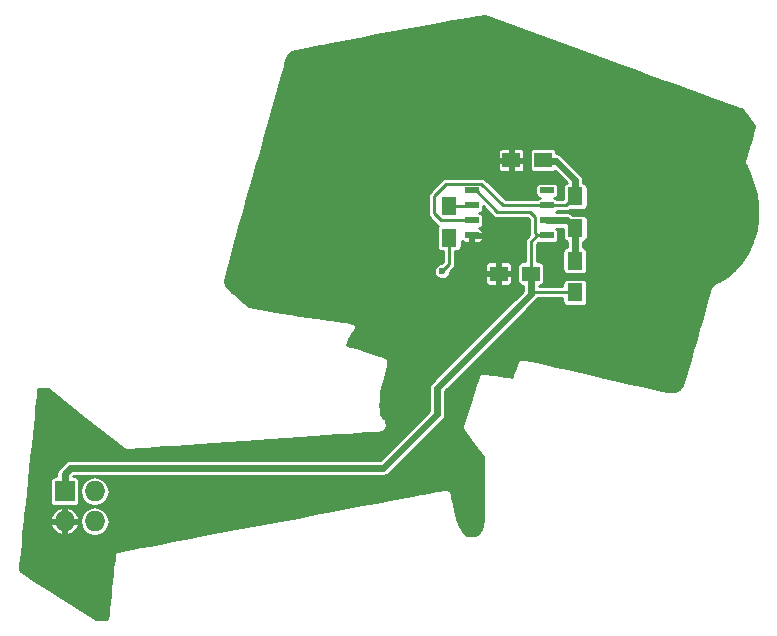
<source format=gbr>
G04 #@! TF.FileFunction,Copper,L2,Bot,Signal*
%FSLAX46Y46*%
G04 Gerber Fmt 4.6, Leading zero omitted, Abs format (unit mm)*
G04 Created by KiCad (PCBNEW 4.0.6) date 07/30/18 20:27:46*
%MOMM*%
%LPD*%
G01*
G04 APERTURE LIST*
%ADD10C,0.100000*%
%ADD11R,1.143000X0.508000*%
%ADD12R,1.727200X1.727200*%
%ADD13O,1.727200X1.727200*%
%ADD14R,1.500000X1.300000*%
%ADD15R,1.300000X1.500000*%
%ADD16C,0.600000*%
%ADD17C,0.250000*%
%ADD18C,0.609600*%
%ADD19C,0.254000*%
G04 APERTURE END LIST*
D10*
D11*
X127635000Y-104775000D03*
X127635000Y-103505000D03*
X127635000Y-102235000D03*
X127635000Y-100965000D03*
X121285000Y-100965000D03*
X121285000Y-102235000D03*
X121285000Y-103505000D03*
X121285000Y-104775000D03*
D12*
X86804500Y-126428500D03*
D13*
X89344500Y-126428500D03*
X86804500Y-128968500D03*
X89344500Y-128968500D03*
D14*
X127312400Y-98399600D03*
X124612400Y-98399600D03*
X126267200Y-108000800D03*
X123567200Y-108000800D03*
D15*
X119380000Y-102252800D03*
X119380000Y-104952800D03*
X129997200Y-109604800D03*
X129997200Y-106904800D03*
X130048000Y-104169200D03*
X130048000Y-101469200D03*
D16*
X123190000Y-109372400D03*
X118770400Y-107797600D03*
D17*
X121285000Y-100965000D02*
X121602500Y-100965000D01*
X121602500Y-100965000D02*
X123456700Y-102819200D01*
X123456700Y-102819200D02*
X126238000Y-102819200D01*
X126238000Y-102819200D02*
X126644400Y-103225600D01*
X126644400Y-103225600D02*
X126644400Y-104605900D01*
X126644400Y-104605900D02*
X126813500Y-104775000D01*
X129997200Y-109604800D02*
X126412000Y-109604800D01*
X126412000Y-109604800D02*
X126267200Y-109749600D01*
X127635000Y-104775000D02*
X126813500Y-104775000D01*
X126813500Y-104775000D02*
X126267200Y-105321300D01*
X126267200Y-105321300D02*
X126267200Y-107100800D01*
X126267200Y-107100800D02*
X126267200Y-108000800D01*
D18*
X86804500Y-126428500D02*
X86804500Y-124955300D01*
X86804500Y-124955300D02*
X87299800Y-124460000D01*
X87299800Y-124460000D02*
X113792000Y-124460000D01*
X118364000Y-119888000D02*
X118364000Y-117652800D01*
X118364000Y-117652800D02*
X119938800Y-116078000D01*
X113792000Y-124460000D02*
X118364000Y-119888000D01*
X119938800Y-116078000D02*
X126267200Y-109749600D01*
X126267200Y-109749600D02*
X126267200Y-108000800D01*
X123190000Y-109372400D02*
X123139200Y-109321600D01*
X123139200Y-109321600D02*
X122834400Y-109321600D01*
D17*
X127635000Y-102235000D02*
X129282200Y-102235000D01*
X129282200Y-102235000D02*
X130048000Y-101469200D01*
X121285000Y-103505000D02*
X118647198Y-103505000D01*
X118647198Y-103505000D02*
X118059200Y-102917002D01*
X123926600Y-102235000D02*
X127635000Y-102235000D01*
X118059200Y-102917002D02*
X118059200Y-101447600D01*
X118059200Y-101447600D02*
X119126000Y-100380800D01*
X119126000Y-100380800D02*
X122072400Y-100380800D01*
X122072400Y-100380800D02*
X123926600Y-102235000D01*
D18*
X128439600Y-98501200D02*
X127414000Y-98501200D01*
X127414000Y-98501200D02*
X127312400Y-98399600D01*
X130048000Y-101469200D02*
X130048000Y-100109600D01*
X130048000Y-100109600D02*
X128439600Y-98501200D01*
D17*
X119380000Y-102252800D02*
X121267200Y-102252800D01*
X121267200Y-102252800D02*
X121285000Y-102235000D01*
D18*
X127635000Y-103505000D02*
X129383800Y-103505000D01*
X129383800Y-103505000D02*
X130048000Y-104169200D01*
X130048000Y-104169200D02*
X130048000Y-106854000D01*
X130048000Y-106854000D02*
X129997200Y-106904800D01*
D17*
X119380000Y-104952800D02*
X119380000Y-107188000D01*
X119380000Y-107188000D02*
X118770400Y-107797600D01*
D19*
G36*
X133091257Y-90103371D02*
X133091259Y-90103372D01*
X133710053Y-90328056D01*
X134990817Y-90793194D01*
X134990820Y-90793196D01*
X136225603Y-91241759D01*
X137405005Y-91670326D01*
X137405006Y-91670326D01*
X138519523Y-92075438D01*
X138519527Y-92075439D01*
X139559756Y-92453676D01*
X139559761Y-92453677D01*
X140516214Y-92801584D01*
X140516217Y-92801586D01*
X141379629Y-93115795D01*
X141379632Y-93115795D01*
X142140303Y-93392775D01*
X142140304Y-93392775D01*
X142788990Y-93629161D01*
X142788992Y-93629162D01*
X143316367Y-93821562D01*
X143316369Y-93821562D01*
X143712626Y-93966407D01*
X143967362Y-94059908D01*
X144035434Y-94085298D01*
X144057632Y-94099321D01*
X144206227Y-94239739D01*
X144416485Y-94478640D01*
X144647985Y-94771068D01*
X144869081Y-95076170D01*
X145049881Y-95352965D01*
X145153640Y-95543215D01*
X145159128Y-95562371D01*
X145101551Y-95795378D01*
X145009764Y-96143907D01*
X144893143Y-96571807D01*
X144759824Y-97048232D01*
X144352757Y-98484906D01*
X144347767Y-98547347D01*
X144338614Y-98609306D01*
X144341800Y-98621994D01*
X144340758Y-98635037D01*
X144360042Y-98694632D01*
X144375297Y-98755380D01*
X144738984Y-99523130D01*
X145039767Y-100249525D01*
X145326719Y-101266377D01*
X145469833Y-102291086D01*
X145469466Y-103306058D01*
X145325494Y-104290421D01*
X145033800Y-105238222D01*
X144989158Y-105348482D01*
X144549268Y-106278345D01*
X144062410Y-107047338D01*
X143516165Y-107679529D01*
X142897533Y-108194269D01*
X142174213Y-108618319D01*
X141927780Y-108745111D01*
X141909523Y-108759621D01*
X141888030Y-108768673D01*
X141696894Y-108898030D01*
X141655881Y-108939532D01*
X141611324Y-108977198D01*
X141502440Y-109113886D01*
X141474390Y-109168253D01*
X141442371Y-109220368D01*
X141375035Y-109402239D01*
X141372400Y-109418755D01*
X141364894Y-109433705D01*
X141335124Y-109541726D01*
X141335114Y-109541861D01*
X141335055Y-109541979D01*
X141261898Y-109808138D01*
X141261895Y-109808184D01*
X141261873Y-109808227D01*
X141152904Y-110205045D01*
X141152902Y-110205067D01*
X141152892Y-110205088D01*
X141013039Y-110714606D01*
X141013038Y-110714622D01*
X141013032Y-110714634D01*
X140847223Y-111318892D01*
X140847222Y-111318904D01*
X140847217Y-111318914D01*
X140660381Y-111999953D01*
X140660380Y-111999962D01*
X140660376Y-111999971D01*
X140457440Y-112739834D01*
X140457439Y-112739842D01*
X140457435Y-112739851D01*
X140243342Y-113520537D01*
X140227299Y-113579011D01*
X139968296Y-114513285D01*
X139732933Y-115343784D01*
X139524281Y-116060373D01*
X139345622Y-116652250D01*
X139200728Y-117107230D01*
X139095816Y-117406947D01*
X139043928Y-117524501D01*
X139027397Y-117548303D01*
X138784496Y-117770370D01*
X138477202Y-117917103D01*
X138129132Y-117973769D01*
X138060851Y-117968591D01*
X137826847Y-117933346D01*
X137465186Y-117866644D01*
X136977047Y-117767918D01*
X136359562Y-117636353D01*
X135608434Y-117470956D01*
X134718584Y-117270590D01*
X133684883Y-117034115D01*
X132502673Y-116760506D01*
X131166434Y-116448543D01*
X129670645Y-116097002D01*
X129670644Y-116097002D01*
X129401948Y-116033792D01*
X129401499Y-116033776D01*
X129401087Y-116033590D01*
X128378574Y-115795521D01*
X128377615Y-115795490D01*
X128376738Y-115795098D01*
X127515223Y-115598944D01*
X127513812Y-115598905D01*
X127512520Y-115598339D01*
X126809660Y-115443606D01*
X126807418Y-115443560D01*
X126805355Y-115442684D01*
X126258802Y-115328881D01*
X126254769Y-115328845D01*
X126251026Y-115327345D01*
X125858432Y-115253977D01*
X125849240Y-115254084D01*
X125840554Y-115251068D01*
X125599576Y-115217645D01*
X125560268Y-115219949D01*
X125521229Y-115214816D01*
X125429519Y-115220844D01*
X125383276Y-115233244D01*
X125335740Y-115238846D01*
X125311205Y-115252570D01*
X125284048Y-115259852D01*
X125246074Y-115289001D01*
X125204297Y-115312370D01*
X125186881Y-115334440D01*
X125164579Y-115351559D01*
X125140651Y-115393021D01*
X125110996Y-115430600D01*
X125091664Y-115468493D01*
X125086066Y-115488303D01*
X125075087Y-115505719D01*
X125006166Y-115685478D01*
X125004861Y-115693094D01*
X125001002Y-115699785D01*
X124905966Y-115980244D01*
X124905400Y-115984558D01*
X124903310Y-115988376D01*
X124796693Y-116327564D01*
X124796601Y-116328412D01*
X124796194Y-116329163D01*
X124723946Y-116562546D01*
X124664251Y-116734049D01*
X124502090Y-116701930D01*
X124496446Y-116701935D01*
X124491168Y-116699929D01*
X124118459Y-116637189D01*
X124114987Y-116637292D01*
X124111720Y-116636116D01*
X123697995Y-116573971D01*
X123695224Y-116574102D01*
X123692602Y-116573200D01*
X123272541Y-116516153D01*
X123269705Y-116516327D01*
X123267006Y-116515442D01*
X122875288Y-116468001D01*
X122871477Y-116468291D01*
X122867824Y-116467171D01*
X122539130Y-116433838D01*
X122531825Y-116434536D01*
X122524731Y-116432649D01*
X122293743Y-116417930D01*
X122265123Y-116421751D01*
X122236431Y-116418542D01*
X122137828Y-116426942D01*
X122086940Y-116441649D01*
X122034678Y-116450269D01*
X122015187Y-116462385D01*
X121993139Y-116468757D01*
X121951753Y-116501818D01*
X121906768Y-116529782D01*
X121893397Y-116548435D01*
X121875466Y-116562759D01*
X121849883Y-116609140D01*
X121819023Y-116652191D01*
X121786005Y-116725032D01*
X121782332Y-116740776D01*
X121774032Y-116754649D01*
X121696507Y-116971879D01*
X121695878Y-116976140D01*
X121693750Y-116979882D01*
X121581425Y-117317860D01*
X121581164Y-117319944D01*
X121580144Y-117321783D01*
X121440327Y-117758008D01*
X121440165Y-117759427D01*
X121439480Y-117760683D01*
X121279479Y-118272659D01*
X121279352Y-118273848D01*
X121278786Y-118274901D01*
X121105908Y-118840127D01*
X121105851Y-118840694D01*
X121105583Y-118841196D01*
X120478797Y-120911889D01*
X120476345Y-120936941D01*
X120467456Y-120960493D01*
X120469071Y-121011249D01*
X120464125Y-121061783D01*
X120471446Y-121085866D01*
X120472247Y-121111026D01*
X120493162Y-121157299D01*
X120507931Y-121205881D01*
X120523910Y-121225328D01*
X120534279Y-121248268D01*
X121398355Y-122456410D01*
X122192325Y-123566530D01*
X122231165Y-126051477D01*
X122239913Y-126686980D01*
X122245070Y-127422484D01*
X122241072Y-128019756D01*
X122226660Y-128497656D01*
X122200948Y-128873927D01*
X122163665Y-129167035D01*
X122114944Y-129397913D01*
X122053568Y-129592148D01*
X121974864Y-129778121D01*
X121925890Y-129875476D01*
X121835735Y-130002915D01*
X121759638Y-130054143D01*
X121580366Y-130099665D01*
X121217465Y-130130254D01*
X121142007Y-130133778D01*
X120901863Y-130137447D01*
X120819487Y-130124492D01*
X120776425Y-130100854D01*
X120672529Y-130007203D01*
X120497712Y-129794318D01*
X120262839Y-129363362D01*
X120040286Y-128771674D01*
X119841064Y-128032926D01*
X119672067Y-127157291D01*
X119645226Y-126994630D01*
X119643165Y-126989154D01*
X119643183Y-126983307D01*
X119591495Y-126719316D01*
X119580596Y-126692778D01*
X119576460Y-126664389D01*
X119526111Y-126522513D01*
X119510391Y-126496130D01*
X119501231Y-126466817D01*
X119472204Y-126432043D01*
X119449018Y-126393131D01*
X119424398Y-126374772D01*
X119404717Y-126351195D01*
X119341188Y-126299939D01*
X119277912Y-126266793D01*
X119215330Y-126232360D01*
X119211335Y-126231918D01*
X119207774Y-126230052D01*
X119136634Y-126223644D01*
X119065635Y-126215781D01*
X118974404Y-126223651D01*
X118953447Y-126229732D01*
X118931629Y-126229769D01*
X118849725Y-126246206D01*
X118608305Y-126292874D01*
X118216249Y-126367969D01*
X117683270Y-126469644D01*
X117017849Y-126596291D01*
X117017848Y-126596291D01*
X116229427Y-126746119D01*
X115326460Y-126917524D01*
X115326459Y-126917524D01*
X114318075Y-127108777D01*
X113212867Y-127318244D01*
X113212863Y-127318245D01*
X112019863Y-127544218D01*
X110747765Y-127785044D01*
X109405433Y-128039044D01*
X108001675Y-128304547D01*
X108001672Y-128304548D01*
X106545406Y-128579863D01*
X105045328Y-128863340D01*
X105045318Y-128863344D01*
X103676988Y-129121994D01*
X103676955Y-129122007D01*
X102220464Y-129397598D01*
X102220428Y-129397612D01*
X100817201Y-129663413D01*
X100817163Y-129663428D01*
X99475903Y-129917781D01*
X99475862Y-129917797D01*
X98205269Y-130159041D01*
X98205223Y-130159059D01*
X97014002Y-130385534D01*
X97013951Y-130385554D01*
X95910800Y-130595599D01*
X95910739Y-130595623D01*
X94904357Y-130787578D01*
X94904284Y-130787608D01*
X94904207Y-130787607D01*
X94003371Y-130959812D01*
X94003278Y-130959850D01*
X94003177Y-130959849D01*
X93216526Y-131110644D01*
X93216396Y-131110697D01*
X93216257Y-131110696D01*
X92552494Y-131238422D01*
X92552300Y-131238501D01*
X92552090Y-131238500D01*
X92019917Y-131341494D01*
X92019576Y-131341633D01*
X92019208Y-131341632D01*
X91627329Y-131418236D01*
X91626554Y-131418554D01*
X91625716Y-131418555D01*
X91382834Y-131467108D01*
X91379139Y-131468643D01*
X91375139Y-131468728D01*
X91289955Y-131487569D01*
X91285049Y-131489725D01*
X91280044Y-131489963D01*
X91236676Y-131510392D01*
X91190162Y-131524680D01*
X91172751Y-131539072D01*
X91152071Y-131548159D01*
X91148427Y-131551961D01*
X91143794Y-131554144D01*
X91111366Y-131589811D01*
X91074075Y-131620635D01*
X91074009Y-131620715D01*
X91063444Y-131640649D01*
X91047869Y-131656903D01*
X91045997Y-131661709D01*
X91042477Y-131665581D01*
X91026119Y-131711074D01*
X91003480Y-131753790D01*
X91001334Y-131776396D01*
X90993214Y-131797245D01*
X90993322Y-131802288D01*
X90991517Y-131807307D01*
X90978455Y-131894427D01*
X90978732Y-131900251D01*
X90976922Y-131905797D01*
X90949201Y-132137451D01*
X90949299Y-132138718D01*
X90948914Y-132139924D01*
X90909026Y-132492515D01*
X90909074Y-132493088D01*
X90908900Y-132493639D01*
X90859335Y-132943567D01*
X90859365Y-132943914D01*
X90859261Y-132944246D01*
X90802510Y-133467911D01*
X90802532Y-133468158D01*
X90802457Y-133468398D01*
X90741010Y-134042202D01*
X90741028Y-134042408D01*
X90740967Y-134042605D01*
X90677315Y-134642948D01*
X90677333Y-134643142D01*
X90677276Y-134643324D01*
X90613910Y-135246608D01*
X90613929Y-135246810D01*
X90613869Y-135247003D01*
X90553278Y-135829628D01*
X90553300Y-135829866D01*
X90553229Y-135830097D01*
X90497905Y-136368465D01*
X90497935Y-136368787D01*
X90497840Y-136369099D01*
X90450274Y-136839608D01*
X90450323Y-136840121D01*
X90450174Y-136840613D01*
X90412855Y-137219668D01*
X90412957Y-137220704D01*
X90412660Y-137221702D01*
X90407398Y-137278218D01*
X90378505Y-137278910D01*
X90063511Y-137280618D01*
X89478307Y-137279463D01*
X86211612Y-135203096D01*
X86211610Y-135203094D01*
X85745441Y-134906567D01*
X85036294Y-134454043D01*
X84453050Y-134079122D01*
X83984015Y-133773617D01*
X83617989Y-133529699D01*
X83344756Y-133340320D01*
X83155184Y-133199633D01*
X83042547Y-133105193D01*
X83031645Y-133093724D01*
X83041266Y-132980686D01*
X83072291Y-132648321D01*
X83117209Y-132182349D01*
X83174336Y-131599475D01*
X83242216Y-130913997D01*
X83319320Y-130140931D01*
X83319321Y-130140928D01*
X83404211Y-129294394D01*
X83404211Y-129294393D01*
X83404893Y-129287618D01*
X85601507Y-129287618D01*
X85728195Y-129593501D01*
X86049301Y-129957810D01*
X86485380Y-130171505D01*
X86677500Y-130111365D01*
X86677500Y-129095500D01*
X86931500Y-129095500D01*
X86931500Y-130111365D01*
X87123620Y-130171505D01*
X87559699Y-129957810D01*
X87880805Y-129593501D01*
X88007493Y-129287618D01*
X87946812Y-129095500D01*
X86931500Y-129095500D01*
X86677500Y-129095500D01*
X85662188Y-129095500D01*
X85601507Y-129287618D01*
X83404893Y-129287618D01*
X83437034Y-128968500D01*
X88075517Y-128968500D01*
X88170257Y-129444788D01*
X88440052Y-129848565D01*
X88843829Y-130118360D01*
X89320117Y-130213100D01*
X89368883Y-130213100D01*
X89845171Y-130118360D01*
X90248948Y-129848565D01*
X90518743Y-129444788D01*
X90613483Y-128968500D01*
X90518743Y-128492212D01*
X90248948Y-128088435D01*
X89845171Y-127818640D01*
X89368883Y-127723900D01*
X89320117Y-127723900D01*
X88843829Y-127818640D01*
X88440052Y-128088435D01*
X88170257Y-128492212D01*
X88075517Y-128968500D01*
X83437034Y-128968500D01*
X83469175Y-128649382D01*
X85601507Y-128649382D01*
X85662188Y-128841500D01*
X86677500Y-128841500D01*
X86677500Y-127825635D01*
X86931500Y-127825635D01*
X86931500Y-128841500D01*
X87946812Y-128841500D01*
X88007493Y-128649382D01*
X87880805Y-128343499D01*
X87559699Y-127979190D01*
X87123620Y-127765495D01*
X86931500Y-127825635D01*
X86677500Y-127825635D01*
X86485380Y-127765495D01*
X86049301Y-127979190D01*
X85728195Y-128343499D01*
X85601507Y-128649382D01*
X83469175Y-128649382D01*
X83495326Y-128389738D01*
X83591189Y-127441461D01*
X83690302Y-126464270D01*
X83781805Y-125564900D01*
X85552436Y-125564900D01*
X85552436Y-127292100D01*
X85579003Y-127433290D01*
X85662446Y-127562965D01*
X85789766Y-127649959D01*
X85940900Y-127680564D01*
X87668100Y-127680564D01*
X87809290Y-127653997D01*
X87938965Y-127570554D01*
X88025959Y-127443234D01*
X88056564Y-127292100D01*
X88056564Y-126428500D01*
X88075517Y-126428500D01*
X88170257Y-126904788D01*
X88440052Y-127308565D01*
X88843829Y-127578360D01*
X89320117Y-127673100D01*
X89368883Y-127673100D01*
X89845171Y-127578360D01*
X90248948Y-127308565D01*
X90518743Y-126904788D01*
X90613483Y-126428500D01*
X90518743Y-125952212D01*
X90248948Y-125548435D01*
X89845171Y-125278640D01*
X89368883Y-125183900D01*
X89320117Y-125183900D01*
X88843829Y-125278640D01*
X88440052Y-125548435D01*
X88170257Y-125952212D01*
X88075517Y-126428500D01*
X88056564Y-126428500D01*
X88056564Y-125564900D01*
X88029997Y-125423710D01*
X87946554Y-125294035D01*
X87819234Y-125207041D01*
X87668100Y-125176436D01*
X87553232Y-125176436D01*
X87583868Y-125145800D01*
X113792000Y-125145800D01*
X114054445Y-125093597D01*
X114276934Y-124944934D01*
X118848934Y-120372934D01*
X118891296Y-120309535D01*
X118997597Y-120150444D01*
X119049800Y-119888000D01*
X119049800Y-117936868D01*
X120423731Y-116562936D01*
X120423734Y-116562934D01*
X126752134Y-110234534D01*
X126834811Y-110110800D01*
X128958736Y-110110800D01*
X128958736Y-110354800D01*
X128985303Y-110495990D01*
X129068746Y-110625665D01*
X129196066Y-110712659D01*
X129347200Y-110743264D01*
X130647200Y-110743264D01*
X130788390Y-110716697D01*
X130918065Y-110633254D01*
X131005059Y-110505934D01*
X131035664Y-110354800D01*
X131035664Y-108854800D01*
X131009097Y-108713610D01*
X130925654Y-108583935D01*
X130798334Y-108496941D01*
X130647200Y-108466336D01*
X129347200Y-108466336D01*
X129206010Y-108492903D01*
X129076335Y-108576346D01*
X128989341Y-108703666D01*
X128958736Y-108854800D01*
X128958736Y-109098800D01*
X126953000Y-109098800D01*
X126953000Y-109039264D01*
X127017200Y-109039264D01*
X127158390Y-109012697D01*
X127288065Y-108929254D01*
X127375059Y-108801934D01*
X127405664Y-108650800D01*
X127405664Y-107350800D01*
X127379097Y-107209610D01*
X127295654Y-107079935D01*
X127168334Y-106992941D01*
X127017200Y-106962336D01*
X126773200Y-106962336D01*
X126773200Y-105530892D01*
X126916413Y-105387679D01*
X127063500Y-105417464D01*
X128206500Y-105417464D01*
X128347690Y-105390897D01*
X128477365Y-105307454D01*
X128564359Y-105180134D01*
X128594964Y-105029000D01*
X128594964Y-104521000D01*
X128568397Y-104379810D01*
X128484954Y-104250135D01*
X128398114Y-104190800D01*
X129009536Y-104190800D01*
X129009536Y-104919200D01*
X129036103Y-105060390D01*
X129119546Y-105190065D01*
X129246866Y-105277059D01*
X129362200Y-105300414D01*
X129362200Y-105766336D01*
X129347200Y-105766336D01*
X129206010Y-105792903D01*
X129076335Y-105876346D01*
X128989341Y-106003666D01*
X128958736Y-106154800D01*
X128958736Y-107654800D01*
X128985303Y-107795990D01*
X129068746Y-107925665D01*
X129196066Y-108012659D01*
X129347200Y-108043264D01*
X130647200Y-108043264D01*
X130788390Y-108016697D01*
X130918065Y-107933254D01*
X131005059Y-107805934D01*
X131035664Y-107654800D01*
X131035664Y-106154800D01*
X131009097Y-106013610D01*
X130925654Y-105883935D01*
X130798334Y-105796941D01*
X130733800Y-105783873D01*
X130733800Y-105300928D01*
X130839190Y-105281097D01*
X130968865Y-105197654D01*
X131055859Y-105070334D01*
X131086464Y-104919200D01*
X131086464Y-103419200D01*
X131059897Y-103278010D01*
X130976454Y-103148335D01*
X130849134Y-103061341D01*
X130698000Y-103030736D01*
X129879404Y-103030736D01*
X129868734Y-103020066D01*
X129646245Y-102871403D01*
X129383800Y-102819200D01*
X128396949Y-102819200D01*
X128477365Y-102767454D01*
X128495440Y-102741000D01*
X129282200Y-102741000D01*
X129475838Y-102702483D01*
X129617744Y-102607664D01*
X130698000Y-102607664D01*
X130839190Y-102581097D01*
X130968865Y-102497654D01*
X131055859Y-102370334D01*
X131086464Y-102219200D01*
X131086464Y-100719200D01*
X131059897Y-100578010D01*
X130976454Y-100448335D01*
X130849134Y-100361341D01*
X130733800Y-100337986D01*
X130733800Y-100109600D01*
X130698927Y-99934280D01*
X130681597Y-99847155D01*
X130532934Y-99624666D01*
X128924534Y-98016266D01*
X128702045Y-97867603D01*
X128450864Y-97817641D01*
X128450864Y-97749600D01*
X128424297Y-97608410D01*
X128340854Y-97478735D01*
X128213534Y-97391741D01*
X128062400Y-97361136D01*
X126562400Y-97361136D01*
X126421210Y-97387703D01*
X126291535Y-97471146D01*
X126204541Y-97598466D01*
X126173936Y-97749600D01*
X126173936Y-99049600D01*
X126200503Y-99190790D01*
X126283946Y-99320465D01*
X126411266Y-99407459D01*
X126562400Y-99438064D01*
X128062400Y-99438064D01*
X128203590Y-99411497D01*
X128310947Y-99342415D01*
X129314904Y-100346372D01*
X129256810Y-100357303D01*
X129127135Y-100440746D01*
X129040141Y-100568066D01*
X129009536Y-100719200D01*
X129009536Y-101729000D01*
X128497093Y-101729000D01*
X128484954Y-101710135D01*
X128357634Y-101623141D01*
X128244712Y-101600274D01*
X128347690Y-101580897D01*
X128477365Y-101497454D01*
X128564359Y-101370134D01*
X128594964Y-101219000D01*
X128594964Y-100711000D01*
X128568397Y-100569810D01*
X128484954Y-100440135D01*
X128357634Y-100353141D01*
X128206500Y-100322536D01*
X127063500Y-100322536D01*
X126922310Y-100349103D01*
X126792635Y-100432546D01*
X126705641Y-100559866D01*
X126675036Y-100711000D01*
X126675036Y-101219000D01*
X126701603Y-101360190D01*
X126785046Y-101489865D01*
X126912366Y-101576859D01*
X127025288Y-101599726D01*
X126922310Y-101619103D01*
X126792635Y-101702546D01*
X126774560Y-101729000D01*
X124136192Y-101729000D01*
X122430196Y-100023004D01*
X122266038Y-99913317D01*
X122072400Y-99874800D01*
X119126000Y-99874800D01*
X118932362Y-99913317D01*
X118768204Y-100023004D01*
X117701404Y-101089804D01*
X117591717Y-101253962D01*
X117553200Y-101447600D01*
X117553200Y-102917002D01*
X117591717Y-103110640D01*
X117701404Y-103274798D01*
X118289402Y-103862796D01*
X118434806Y-103959952D01*
X118372141Y-104051666D01*
X118341536Y-104202800D01*
X118341536Y-105702800D01*
X118368103Y-105843990D01*
X118451546Y-105973665D01*
X118578866Y-106060659D01*
X118730000Y-106091264D01*
X118874000Y-106091264D01*
X118874000Y-106978408D01*
X118735839Y-107116569D01*
X118635535Y-107116482D01*
X118385148Y-107219939D01*
X118193413Y-107411341D01*
X118089518Y-107661546D01*
X118089282Y-107932465D01*
X118192739Y-108182852D01*
X118384141Y-108374587D01*
X118634346Y-108478482D01*
X118905265Y-108478718D01*
X119155652Y-108375261D01*
X119308127Y-108223050D01*
X122436200Y-108223050D01*
X122436200Y-108726585D01*
X122494204Y-108866619D01*
X122601380Y-108973796D01*
X122741414Y-109031800D01*
X123344950Y-109031800D01*
X123440200Y-108936550D01*
X123440200Y-108127800D01*
X123694200Y-108127800D01*
X123694200Y-108936550D01*
X123789450Y-109031800D01*
X124392986Y-109031800D01*
X124533020Y-108973796D01*
X124640196Y-108866619D01*
X124698200Y-108726585D01*
X124698200Y-108223050D01*
X124602950Y-108127800D01*
X123694200Y-108127800D01*
X123440200Y-108127800D01*
X122531450Y-108127800D01*
X122436200Y-108223050D01*
X119308127Y-108223050D01*
X119347387Y-108183859D01*
X119451282Y-107933654D01*
X119451370Y-107832222D01*
X119737796Y-107545796D01*
X119748087Y-107530395D01*
X119847483Y-107381638D01*
X119868691Y-107275015D01*
X122436200Y-107275015D01*
X122436200Y-107778550D01*
X122531450Y-107873800D01*
X123440200Y-107873800D01*
X123440200Y-107065050D01*
X123694200Y-107065050D01*
X123694200Y-107873800D01*
X124602950Y-107873800D01*
X124698200Y-107778550D01*
X124698200Y-107275015D01*
X124640196Y-107134981D01*
X124533020Y-107027804D01*
X124392986Y-106969800D01*
X123789450Y-106969800D01*
X123694200Y-107065050D01*
X123440200Y-107065050D01*
X123344950Y-106969800D01*
X122741414Y-106969800D01*
X122601380Y-107027804D01*
X122494204Y-107134981D01*
X122436200Y-107275015D01*
X119868691Y-107275015D01*
X119886000Y-107188000D01*
X119886000Y-106091264D01*
X120030000Y-106091264D01*
X120171190Y-106064697D01*
X120300865Y-105981254D01*
X120387859Y-105853934D01*
X120418464Y-105702800D01*
X120418464Y-105272780D01*
X120497681Y-105351996D01*
X120637715Y-105410000D01*
X121062750Y-105410000D01*
X121158000Y-105314750D01*
X121158000Y-104902000D01*
X121412000Y-104902000D01*
X121412000Y-105314750D01*
X121507250Y-105410000D01*
X121932285Y-105410000D01*
X122072319Y-105351996D01*
X122179496Y-105244820D01*
X122237500Y-105104786D01*
X122237500Y-104997250D01*
X122142250Y-104902000D01*
X121412000Y-104902000D01*
X121158000Y-104902000D01*
X121138000Y-104902000D01*
X121138000Y-104648000D01*
X121158000Y-104648000D01*
X121158000Y-104628000D01*
X121412000Y-104628000D01*
X121412000Y-104648000D01*
X122142250Y-104648000D01*
X122237500Y-104552750D01*
X122237500Y-104445214D01*
X122179496Y-104305180D01*
X122072319Y-104198004D01*
X121932285Y-104140000D01*
X121896167Y-104140000D01*
X121997690Y-104120897D01*
X122127365Y-104037454D01*
X122214359Y-103910134D01*
X122244964Y-103759000D01*
X122244964Y-103251000D01*
X122218397Y-103109810D01*
X122134954Y-102980135D01*
X122007634Y-102893141D01*
X121894712Y-102870274D01*
X121997690Y-102850897D01*
X122127365Y-102767454D01*
X122214359Y-102640134D01*
X122244964Y-102489000D01*
X122244964Y-102323056D01*
X123098904Y-103176996D01*
X123263062Y-103286683D01*
X123456700Y-103325200D01*
X126028408Y-103325200D01*
X126138400Y-103435192D01*
X126138400Y-104605900D01*
X126159737Y-104713171D01*
X125909404Y-104963504D01*
X125799717Y-105127662D01*
X125761200Y-105321300D01*
X125761200Y-106962336D01*
X125517200Y-106962336D01*
X125376010Y-106988903D01*
X125246335Y-107072346D01*
X125159341Y-107199666D01*
X125128736Y-107350800D01*
X125128736Y-108650800D01*
X125155303Y-108791990D01*
X125238746Y-108921665D01*
X125366066Y-109008659D01*
X125517200Y-109039264D01*
X125581400Y-109039264D01*
X125581400Y-109465532D01*
X119453866Y-115593066D01*
X119453864Y-115593069D01*
X117879066Y-117167866D01*
X117730403Y-117390355D01*
X117686210Y-117612530D01*
X117678200Y-117652800D01*
X117678200Y-119603932D01*
X113507932Y-123774200D01*
X87299800Y-123774200D01*
X87037355Y-123826403D01*
X86814866Y-123975066D01*
X86319566Y-124470366D01*
X86170903Y-124692855D01*
X86165017Y-124722445D01*
X86118700Y-124955300D01*
X86118700Y-125176436D01*
X85940900Y-125176436D01*
X85799710Y-125203003D01*
X85670035Y-125286446D01*
X85583041Y-125413766D01*
X85552436Y-125564900D01*
X83781805Y-125564900D01*
X83791169Y-125472866D01*
X83892293Y-124481953D01*
X83892293Y-124481950D01*
X83992176Y-123506230D01*
X84089323Y-122560397D01*
X84182236Y-121659159D01*
X84269416Y-120817220D01*
X84349368Y-120049295D01*
X84349368Y-120049294D01*
X84420591Y-119370104D01*
X84481538Y-118794825D01*
X84530763Y-118337653D01*
X84566613Y-118014694D01*
X84587438Y-117841650D01*
X84590577Y-117818666D01*
X85389535Y-117818666D01*
X88561109Y-120295735D01*
X91837405Y-122854594D01*
X91892674Y-122882440D01*
X91945830Y-122914128D01*
X91959536Y-122916128D01*
X91971908Y-122922361D01*
X92033623Y-122926937D01*
X92094862Y-122935872D01*
X92518196Y-122914060D01*
X92520063Y-122913588D01*
X92521971Y-122913847D01*
X92608454Y-122908541D01*
X92609359Y-122908302D01*
X92610287Y-122908424D01*
X92866132Y-122891504D01*
X92866417Y-122891427D01*
X92866708Y-122891465D01*
X93272593Y-122864013D01*
X93272719Y-122863979D01*
X93272852Y-122863996D01*
X93817941Y-122826762D01*
X93818017Y-122826741D01*
X93818092Y-122826751D01*
X94491550Y-122780484D01*
X94491600Y-122780470D01*
X94491651Y-122780477D01*
X95282642Y-122725928D01*
X95282679Y-122725918D01*
X95282717Y-122725923D01*
X96180403Y-122663840D01*
X96180432Y-122663832D01*
X96180463Y-122663836D01*
X97174012Y-122594970D01*
X97174035Y-122594964D01*
X97174062Y-122594967D01*
X98252635Y-122520067D01*
X98252657Y-122520061D01*
X98252679Y-122520064D01*
X99405441Y-122439879D01*
X99405461Y-122439873D01*
X99405481Y-122439876D01*
X100621597Y-122355157D01*
X100621617Y-122355152D01*
X100621635Y-122355154D01*
X101890267Y-122266650D01*
X101890287Y-122266645D01*
X101890305Y-122266647D01*
X103200619Y-122175107D01*
X104223360Y-122103657D01*
X105492473Y-122015135D01*
X105492476Y-122015135D01*
X106707695Y-121930525D01*
X106707698Y-121930524D01*
X107858405Y-121850559D01*
X107858406Y-121850559D01*
X108934309Y-121775949D01*
X108934312Y-121775949D01*
X109924977Y-121707413D01*
X109924978Y-121707413D01*
X110819813Y-121645681D01*
X110819816Y-121645680D01*
X111608294Y-121591480D01*
X111608296Y-121591480D01*
X112280153Y-121545518D01*
X112280154Y-121545518D01*
X112825089Y-121508505D01*
X112825091Y-121508504D01*
X113231441Y-121481243D01*
X113231442Y-121481243D01*
X113489415Y-121464406D01*
X113588714Y-121458696D01*
X113591711Y-121457919D01*
X113594783Y-121458299D01*
X113611011Y-121457109D01*
X113657984Y-121444131D01*
X113706307Y-121437843D01*
X113729922Y-121424256D01*
X113756182Y-121417001D01*
X113794610Y-121387038D01*
X113836852Y-121362734D01*
X113931912Y-121279620D01*
X113964686Y-121237040D01*
X114002083Y-121198461D01*
X114010250Y-121177843D01*
X114023776Y-121160270D01*
X114037759Y-121108394D01*
X114057548Y-121058436D01*
X114088474Y-120889248D01*
X114087409Y-120820826D01*
X114088831Y-120752416D01*
X114054758Y-120560351D01*
X114053748Y-120557761D01*
X114053766Y-120554984D01*
X114026425Y-120487719D01*
X114000024Y-120420039D01*
X113998101Y-120418034D01*
X113997054Y-120415459D01*
X113897113Y-120263716D01*
X113875191Y-120241502D01*
X113858966Y-120214849D01*
X113715247Y-120058456D01*
X113627669Y-119870847D01*
X113569892Y-119560028D01*
X113551850Y-119080309D01*
X113557545Y-118798384D01*
X113582082Y-118425807D01*
X113631335Y-118053215D01*
X113713270Y-117633996D01*
X113836184Y-117126172D01*
X114008106Y-116488858D01*
X114008138Y-116488383D01*
X114008348Y-116487956D01*
X114096247Y-116158953D01*
X114096555Y-116154203D01*
X114098553Y-116149882D01*
X114174712Y-115834328D01*
X114175037Y-115826291D01*
X114178111Y-115818859D01*
X114222113Y-115596993D01*
X114222096Y-115567722D01*
X114229096Y-115539297D01*
X114233325Y-115445558D01*
X114222952Y-115377508D01*
X114214913Y-115309153D01*
X114211640Y-115303298D01*
X114210629Y-115296668D01*
X114175008Y-115237774D01*
X114141419Y-115177692D01*
X114136155Y-115173536D01*
X114132684Y-115167797D01*
X114095471Y-115140428D01*
X114091451Y-115134939D01*
X114073308Y-115123915D01*
X114023212Y-115084362D01*
X114006004Y-115075579D01*
X113983091Y-115069098D01*
X113962738Y-115056732D01*
X113815953Y-115003210D01*
X113810624Y-115002387D01*
X113805944Y-114999716D01*
X113530617Y-114907809D01*
X113528629Y-114907557D01*
X113526878Y-114906582D01*
X113147091Y-114784094D01*
X113145878Y-114783953D01*
X113144805Y-114783364D01*
X112684636Y-114638103D01*
X112683669Y-114637997D01*
X112682814Y-114637533D01*
X112166345Y-114477305D01*
X112166062Y-114477275D01*
X112165810Y-114477139D01*
X111959592Y-114413491D01*
X111463623Y-114258710D01*
X111034711Y-114122479D01*
X110696964Y-114012616D01*
X110694122Y-114011650D01*
X110779274Y-113783750D01*
X110902208Y-113505463D01*
X111029503Y-113259544D01*
X111142784Y-113085768D01*
X111394994Y-112767326D01*
X111400606Y-112756372D01*
X111409463Y-112747827D01*
X111434769Y-112689697D01*
X111463673Y-112633286D01*
X111464666Y-112621022D01*
X111469580Y-112609735D01*
X111470714Y-112546347D01*
X111475830Y-112483169D01*
X111472053Y-112471454D01*
X111472273Y-112459149D01*
X111449064Y-112400155D01*
X111429613Y-112339826D01*
X111421642Y-112330450D01*
X111417136Y-112318996D01*
X111373119Y-112273375D01*
X111332060Y-112225080D01*
X111321106Y-112219468D01*
X111312561Y-112210611D01*
X111254436Y-112185307D01*
X111198020Y-112156401D01*
X111185754Y-112155408D01*
X111174469Y-112150495D01*
X110979100Y-112107987D01*
X110971140Y-112107845D01*
X110963718Y-112104966D01*
X110882587Y-112090736D01*
X110877257Y-112090857D01*
X110872233Y-112089064D01*
X110631316Y-112053526D01*
X110629272Y-112053628D01*
X110627340Y-112052961D01*
X110273170Y-112004476D01*
X110272051Y-112004544D01*
X110270990Y-112004184D01*
X109836555Y-111947230D01*
X109835669Y-111947289D01*
X109834829Y-111947008D01*
X109353717Y-111886140D01*
X109208774Y-111867532D01*
X108719424Y-111799624D01*
X108109580Y-111709536D01*
X107413061Y-111602504D01*
X106665189Y-111483998D01*
X105900207Y-111359334D01*
X105151463Y-111233681D01*
X102436396Y-110770585D01*
X101486025Y-109959357D01*
X101372183Y-109861321D01*
X100997344Y-109525016D01*
X100696941Y-109234595D01*
X100499538Y-109020734D01*
X100436478Y-108930544D01*
X100406870Y-108817282D01*
X100402580Y-108629474D01*
X100437666Y-108305448D01*
X100453595Y-108226587D01*
X100518118Y-107962587D01*
X100625509Y-107549927D01*
X100771520Y-107004737D01*
X100952741Y-106339440D01*
X101165636Y-105566838D01*
X101406860Y-104699007D01*
X101673414Y-103746772D01*
X101673414Y-103746769D01*
X101961720Y-102723029D01*
X102268871Y-101638292D01*
X102591331Y-100505307D01*
X102925938Y-99335484D01*
X103130365Y-98621850D01*
X123481400Y-98621850D01*
X123481400Y-99125385D01*
X123539404Y-99265419D01*
X123646580Y-99372596D01*
X123786614Y-99430600D01*
X124390150Y-99430600D01*
X124485400Y-99335350D01*
X124485400Y-98526600D01*
X124739400Y-98526600D01*
X124739400Y-99335350D01*
X124834650Y-99430600D01*
X125438186Y-99430600D01*
X125578220Y-99372596D01*
X125685396Y-99265419D01*
X125743400Y-99125385D01*
X125743400Y-98621850D01*
X125648150Y-98526600D01*
X124739400Y-98526600D01*
X124485400Y-98526600D01*
X123576650Y-98526600D01*
X123481400Y-98621850D01*
X103130365Y-98621850D01*
X103168396Y-98489090D01*
X103168406Y-98488969D01*
X103168462Y-98488860D01*
X103401393Y-97673815D01*
X123481400Y-97673815D01*
X123481400Y-98177350D01*
X123576650Y-98272600D01*
X124485400Y-98272600D01*
X124485400Y-97463850D01*
X124739400Y-97463850D01*
X124739400Y-98272600D01*
X125648150Y-98272600D01*
X125743400Y-98177350D01*
X125743400Y-97673815D01*
X125685396Y-97533781D01*
X125578220Y-97426604D01*
X125438186Y-97368600D01*
X124834650Y-97368600D01*
X124739400Y-97463850D01*
X124485400Y-97463850D01*
X124390150Y-97368600D01*
X123786614Y-97368600D01*
X123646580Y-97426604D01*
X123539404Y-97533781D01*
X123481400Y-97673815D01*
X103401393Y-97673815D01*
X103496469Y-97341138D01*
X103496481Y-97340994D01*
X103496546Y-97340867D01*
X103811054Y-96237333D01*
X103811066Y-96237185D01*
X103811135Y-96237050D01*
X104108808Y-95189558D01*
X104108821Y-95189394D01*
X104108895Y-95189250D01*
X104386395Y-94209653D01*
X104386410Y-94209467D01*
X104386494Y-94209302D01*
X104640485Y-93309452D01*
X104640502Y-93309231D01*
X104640604Y-93309031D01*
X104867750Y-92500782D01*
X104867772Y-92500495D01*
X104867902Y-92500239D01*
X105064865Y-91795445D01*
X105064896Y-91795044D01*
X105065076Y-91794686D01*
X105228519Y-91205197D01*
X105228566Y-91204569D01*
X105228849Y-91204002D01*
X105355437Y-90741673D01*
X105355523Y-90740469D01*
X105356056Y-90739385D01*
X105442451Y-90416068D01*
X105442673Y-90412641D01*
X105444135Y-90409536D01*
X105487002Y-90237086D01*
X105487030Y-90236485D01*
X105487285Y-90235940D01*
X105554582Y-89961631D01*
X105686840Y-89614495D01*
X105834738Y-89413141D01*
X106040812Y-89273049D01*
X106387156Y-89151721D01*
X106523994Y-89119264D01*
X106857639Y-89047493D01*
X107328460Y-88950975D01*
X107919718Y-88832920D01*
X108616700Y-88696086D01*
X109402238Y-88543706D01*
X110262615Y-88378331D01*
X111182115Y-88202906D01*
X111182116Y-88202906D01*
X112146091Y-88020165D01*
X113139623Y-87832896D01*
X113139626Y-87832895D01*
X114146549Y-87644122D01*
X115153116Y-87456412D01*
X116143348Y-87272750D01*
X116143350Y-87272750D01*
X117103094Y-87095782D01*
X118016431Y-86928483D01*
X118868531Y-86773622D01*
X119644524Y-86633979D01*
X120328991Y-86512430D01*
X120907014Y-86411760D01*
X121362138Y-86335014D01*
X121676400Y-86285417D01*
X121830048Y-86266015D01*
X122414947Y-86227049D01*
X133091257Y-90103371D01*
X133091257Y-90103371D01*
G37*
X133091257Y-90103371D02*
X133091259Y-90103372D01*
X133710053Y-90328056D01*
X134990817Y-90793194D01*
X134990820Y-90793196D01*
X136225603Y-91241759D01*
X137405005Y-91670326D01*
X137405006Y-91670326D01*
X138519523Y-92075438D01*
X138519527Y-92075439D01*
X139559756Y-92453676D01*
X139559761Y-92453677D01*
X140516214Y-92801584D01*
X140516217Y-92801586D01*
X141379629Y-93115795D01*
X141379632Y-93115795D01*
X142140303Y-93392775D01*
X142140304Y-93392775D01*
X142788990Y-93629161D01*
X142788992Y-93629162D01*
X143316367Y-93821562D01*
X143316369Y-93821562D01*
X143712626Y-93966407D01*
X143967362Y-94059908D01*
X144035434Y-94085298D01*
X144057632Y-94099321D01*
X144206227Y-94239739D01*
X144416485Y-94478640D01*
X144647985Y-94771068D01*
X144869081Y-95076170D01*
X145049881Y-95352965D01*
X145153640Y-95543215D01*
X145159128Y-95562371D01*
X145101551Y-95795378D01*
X145009764Y-96143907D01*
X144893143Y-96571807D01*
X144759824Y-97048232D01*
X144352757Y-98484906D01*
X144347767Y-98547347D01*
X144338614Y-98609306D01*
X144341800Y-98621994D01*
X144340758Y-98635037D01*
X144360042Y-98694632D01*
X144375297Y-98755380D01*
X144738984Y-99523130D01*
X145039767Y-100249525D01*
X145326719Y-101266377D01*
X145469833Y-102291086D01*
X145469466Y-103306058D01*
X145325494Y-104290421D01*
X145033800Y-105238222D01*
X144989158Y-105348482D01*
X144549268Y-106278345D01*
X144062410Y-107047338D01*
X143516165Y-107679529D01*
X142897533Y-108194269D01*
X142174213Y-108618319D01*
X141927780Y-108745111D01*
X141909523Y-108759621D01*
X141888030Y-108768673D01*
X141696894Y-108898030D01*
X141655881Y-108939532D01*
X141611324Y-108977198D01*
X141502440Y-109113886D01*
X141474390Y-109168253D01*
X141442371Y-109220368D01*
X141375035Y-109402239D01*
X141372400Y-109418755D01*
X141364894Y-109433705D01*
X141335124Y-109541726D01*
X141335114Y-109541861D01*
X141335055Y-109541979D01*
X141261898Y-109808138D01*
X141261895Y-109808184D01*
X141261873Y-109808227D01*
X141152904Y-110205045D01*
X141152902Y-110205067D01*
X141152892Y-110205088D01*
X141013039Y-110714606D01*
X141013038Y-110714622D01*
X141013032Y-110714634D01*
X140847223Y-111318892D01*
X140847222Y-111318904D01*
X140847217Y-111318914D01*
X140660381Y-111999953D01*
X140660380Y-111999962D01*
X140660376Y-111999971D01*
X140457440Y-112739834D01*
X140457439Y-112739842D01*
X140457435Y-112739851D01*
X140243342Y-113520537D01*
X140227299Y-113579011D01*
X139968296Y-114513285D01*
X139732933Y-115343784D01*
X139524281Y-116060373D01*
X139345622Y-116652250D01*
X139200728Y-117107230D01*
X139095816Y-117406947D01*
X139043928Y-117524501D01*
X139027397Y-117548303D01*
X138784496Y-117770370D01*
X138477202Y-117917103D01*
X138129132Y-117973769D01*
X138060851Y-117968591D01*
X137826847Y-117933346D01*
X137465186Y-117866644D01*
X136977047Y-117767918D01*
X136359562Y-117636353D01*
X135608434Y-117470956D01*
X134718584Y-117270590D01*
X133684883Y-117034115D01*
X132502673Y-116760506D01*
X131166434Y-116448543D01*
X129670645Y-116097002D01*
X129670644Y-116097002D01*
X129401948Y-116033792D01*
X129401499Y-116033776D01*
X129401087Y-116033590D01*
X128378574Y-115795521D01*
X128377615Y-115795490D01*
X128376738Y-115795098D01*
X127515223Y-115598944D01*
X127513812Y-115598905D01*
X127512520Y-115598339D01*
X126809660Y-115443606D01*
X126807418Y-115443560D01*
X126805355Y-115442684D01*
X126258802Y-115328881D01*
X126254769Y-115328845D01*
X126251026Y-115327345D01*
X125858432Y-115253977D01*
X125849240Y-115254084D01*
X125840554Y-115251068D01*
X125599576Y-115217645D01*
X125560268Y-115219949D01*
X125521229Y-115214816D01*
X125429519Y-115220844D01*
X125383276Y-115233244D01*
X125335740Y-115238846D01*
X125311205Y-115252570D01*
X125284048Y-115259852D01*
X125246074Y-115289001D01*
X125204297Y-115312370D01*
X125186881Y-115334440D01*
X125164579Y-115351559D01*
X125140651Y-115393021D01*
X125110996Y-115430600D01*
X125091664Y-115468493D01*
X125086066Y-115488303D01*
X125075087Y-115505719D01*
X125006166Y-115685478D01*
X125004861Y-115693094D01*
X125001002Y-115699785D01*
X124905966Y-115980244D01*
X124905400Y-115984558D01*
X124903310Y-115988376D01*
X124796693Y-116327564D01*
X124796601Y-116328412D01*
X124796194Y-116329163D01*
X124723946Y-116562546D01*
X124664251Y-116734049D01*
X124502090Y-116701930D01*
X124496446Y-116701935D01*
X124491168Y-116699929D01*
X124118459Y-116637189D01*
X124114987Y-116637292D01*
X124111720Y-116636116D01*
X123697995Y-116573971D01*
X123695224Y-116574102D01*
X123692602Y-116573200D01*
X123272541Y-116516153D01*
X123269705Y-116516327D01*
X123267006Y-116515442D01*
X122875288Y-116468001D01*
X122871477Y-116468291D01*
X122867824Y-116467171D01*
X122539130Y-116433838D01*
X122531825Y-116434536D01*
X122524731Y-116432649D01*
X122293743Y-116417930D01*
X122265123Y-116421751D01*
X122236431Y-116418542D01*
X122137828Y-116426942D01*
X122086940Y-116441649D01*
X122034678Y-116450269D01*
X122015187Y-116462385D01*
X121993139Y-116468757D01*
X121951753Y-116501818D01*
X121906768Y-116529782D01*
X121893397Y-116548435D01*
X121875466Y-116562759D01*
X121849883Y-116609140D01*
X121819023Y-116652191D01*
X121786005Y-116725032D01*
X121782332Y-116740776D01*
X121774032Y-116754649D01*
X121696507Y-116971879D01*
X121695878Y-116976140D01*
X121693750Y-116979882D01*
X121581425Y-117317860D01*
X121581164Y-117319944D01*
X121580144Y-117321783D01*
X121440327Y-117758008D01*
X121440165Y-117759427D01*
X121439480Y-117760683D01*
X121279479Y-118272659D01*
X121279352Y-118273848D01*
X121278786Y-118274901D01*
X121105908Y-118840127D01*
X121105851Y-118840694D01*
X121105583Y-118841196D01*
X120478797Y-120911889D01*
X120476345Y-120936941D01*
X120467456Y-120960493D01*
X120469071Y-121011249D01*
X120464125Y-121061783D01*
X120471446Y-121085866D01*
X120472247Y-121111026D01*
X120493162Y-121157299D01*
X120507931Y-121205881D01*
X120523910Y-121225328D01*
X120534279Y-121248268D01*
X121398355Y-122456410D01*
X122192325Y-123566530D01*
X122231165Y-126051477D01*
X122239913Y-126686980D01*
X122245070Y-127422484D01*
X122241072Y-128019756D01*
X122226660Y-128497656D01*
X122200948Y-128873927D01*
X122163665Y-129167035D01*
X122114944Y-129397913D01*
X122053568Y-129592148D01*
X121974864Y-129778121D01*
X121925890Y-129875476D01*
X121835735Y-130002915D01*
X121759638Y-130054143D01*
X121580366Y-130099665D01*
X121217465Y-130130254D01*
X121142007Y-130133778D01*
X120901863Y-130137447D01*
X120819487Y-130124492D01*
X120776425Y-130100854D01*
X120672529Y-130007203D01*
X120497712Y-129794318D01*
X120262839Y-129363362D01*
X120040286Y-128771674D01*
X119841064Y-128032926D01*
X119672067Y-127157291D01*
X119645226Y-126994630D01*
X119643165Y-126989154D01*
X119643183Y-126983307D01*
X119591495Y-126719316D01*
X119580596Y-126692778D01*
X119576460Y-126664389D01*
X119526111Y-126522513D01*
X119510391Y-126496130D01*
X119501231Y-126466817D01*
X119472204Y-126432043D01*
X119449018Y-126393131D01*
X119424398Y-126374772D01*
X119404717Y-126351195D01*
X119341188Y-126299939D01*
X119277912Y-126266793D01*
X119215330Y-126232360D01*
X119211335Y-126231918D01*
X119207774Y-126230052D01*
X119136634Y-126223644D01*
X119065635Y-126215781D01*
X118974404Y-126223651D01*
X118953447Y-126229732D01*
X118931629Y-126229769D01*
X118849725Y-126246206D01*
X118608305Y-126292874D01*
X118216249Y-126367969D01*
X117683270Y-126469644D01*
X117017849Y-126596291D01*
X117017848Y-126596291D01*
X116229427Y-126746119D01*
X115326460Y-126917524D01*
X115326459Y-126917524D01*
X114318075Y-127108777D01*
X113212867Y-127318244D01*
X113212863Y-127318245D01*
X112019863Y-127544218D01*
X110747765Y-127785044D01*
X109405433Y-128039044D01*
X108001675Y-128304547D01*
X108001672Y-128304548D01*
X106545406Y-128579863D01*
X105045328Y-128863340D01*
X105045318Y-128863344D01*
X103676988Y-129121994D01*
X103676955Y-129122007D01*
X102220464Y-129397598D01*
X102220428Y-129397612D01*
X100817201Y-129663413D01*
X100817163Y-129663428D01*
X99475903Y-129917781D01*
X99475862Y-129917797D01*
X98205269Y-130159041D01*
X98205223Y-130159059D01*
X97014002Y-130385534D01*
X97013951Y-130385554D01*
X95910800Y-130595599D01*
X95910739Y-130595623D01*
X94904357Y-130787578D01*
X94904284Y-130787608D01*
X94904207Y-130787607D01*
X94003371Y-130959812D01*
X94003278Y-130959850D01*
X94003177Y-130959849D01*
X93216526Y-131110644D01*
X93216396Y-131110697D01*
X93216257Y-131110696D01*
X92552494Y-131238422D01*
X92552300Y-131238501D01*
X92552090Y-131238500D01*
X92019917Y-131341494D01*
X92019576Y-131341633D01*
X92019208Y-131341632D01*
X91627329Y-131418236D01*
X91626554Y-131418554D01*
X91625716Y-131418555D01*
X91382834Y-131467108D01*
X91379139Y-131468643D01*
X91375139Y-131468728D01*
X91289955Y-131487569D01*
X91285049Y-131489725D01*
X91280044Y-131489963D01*
X91236676Y-131510392D01*
X91190162Y-131524680D01*
X91172751Y-131539072D01*
X91152071Y-131548159D01*
X91148427Y-131551961D01*
X91143794Y-131554144D01*
X91111366Y-131589811D01*
X91074075Y-131620635D01*
X91074009Y-131620715D01*
X91063444Y-131640649D01*
X91047869Y-131656903D01*
X91045997Y-131661709D01*
X91042477Y-131665581D01*
X91026119Y-131711074D01*
X91003480Y-131753790D01*
X91001334Y-131776396D01*
X90993214Y-131797245D01*
X90993322Y-131802288D01*
X90991517Y-131807307D01*
X90978455Y-131894427D01*
X90978732Y-131900251D01*
X90976922Y-131905797D01*
X90949201Y-132137451D01*
X90949299Y-132138718D01*
X90948914Y-132139924D01*
X90909026Y-132492515D01*
X90909074Y-132493088D01*
X90908900Y-132493639D01*
X90859335Y-132943567D01*
X90859365Y-132943914D01*
X90859261Y-132944246D01*
X90802510Y-133467911D01*
X90802532Y-133468158D01*
X90802457Y-133468398D01*
X90741010Y-134042202D01*
X90741028Y-134042408D01*
X90740967Y-134042605D01*
X90677315Y-134642948D01*
X90677333Y-134643142D01*
X90677276Y-134643324D01*
X90613910Y-135246608D01*
X90613929Y-135246810D01*
X90613869Y-135247003D01*
X90553278Y-135829628D01*
X90553300Y-135829866D01*
X90553229Y-135830097D01*
X90497905Y-136368465D01*
X90497935Y-136368787D01*
X90497840Y-136369099D01*
X90450274Y-136839608D01*
X90450323Y-136840121D01*
X90450174Y-136840613D01*
X90412855Y-137219668D01*
X90412957Y-137220704D01*
X90412660Y-137221702D01*
X90407398Y-137278218D01*
X90378505Y-137278910D01*
X90063511Y-137280618D01*
X89478307Y-137279463D01*
X86211612Y-135203096D01*
X86211610Y-135203094D01*
X85745441Y-134906567D01*
X85036294Y-134454043D01*
X84453050Y-134079122D01*
X83984015Y-133773617D01*
X83617989Y-133529699D01*
X83344756Y-133340320D01*
X83155184Y-133199633D01*
X83042547Y-133105193D01*
X83031645Y-133093724D01*
X83041266Y-132980686D01*
X83072291Y-132648321D01*
X83117209Y-132182349D01*
X83174336Y-131599475D01*
X83242216Y-130913997D01*
X83319320Y-130140931D01*
X83319321Y-130140928D01*
X83404211Y-129294394D01*
X83404211Y-129294393D01*
X83404893Y-129287618D01*
X85601507Y-129287618D01*
X85728195Y-129593501D01*
X86049301Y-129957810D01*
X86485380Y-130171505D01*
X86677500Y-130111365D01*
X86677500Y-129095500D01*
X86931500Y-129095500D01*
X86931500Y-130111365D01*
X87123620Y-130171505D01*
X87559699Y-129957810D01*
X87880805Y-129593501D01*
X88007493Y-129287618D01*
X87946812Y-129095500D01*
X86931500Y-129095500D01*
X86677500Y-129095500D01*
X85662188Y-129095500D01*
X85601507Y-129287618D01*
X83404893Y-129287618D01*
X83437034Y-128968500D01*
X88075517Y-128968500D01*
X88170257Y-129444788D01*
X88440052Y-129848565D01*
X88843829Y-130118360D01*
X89320117Y-130213100D01*
X89368883Y-130213100D01*
X89845171Y-130118360D01*
X90248948Y-129848565D01*
X90518743Y-129444788D01*
X90613483Y-128968500D01*
X90518743Y-128492212D01*
X90248948Y-128088435D01*
X89845171Y-127818640D01*
X89368883Y-127723900D01*
X89320117Y-127723900D01*
X88843829Y-127818640D01*
X88440052Y-128088435D01*
X88170257Y-128492212D01*
X88075517Y-128968500D01*
X83437034Y-128968500D01*
X83469175Y-128649382D01*
X85601507Y-128649382D01*
X85662188Y-128841500D01*
X86677500Y-128841500D01*
X86677500Y-127825635D01*
X86931500Y-127825635D01*
X86931500Y-128841500D01*
X87946812Y-128841500D01*
X88007493Y-128649382D01*
X87880805Y-128343499D01*
X87559699Y-127979190D01*
X87123620Y-127765495D01*
X86931500Y-127825635D01*
X86677500Y-127825635D01*
X86485380Y-127765495D01*
X86049301Y-127979190D01*
X85728195Y-128343499D01*
X85601507Y-128649382D01*
X83469175Y-128649382D01*
X83495326Y-128389738D01*
X83591189Y-127441461D01*
X83690302Y-126464270D01*
X83781805Y-125564900D01*
X85552436Y-125564900D01*
X85552436Y-127292100D01*
X85579003Y-127433290D01*
X85662446Y-127562965D01*
X85789766Y-127649959D01*
X85940900Y-127680564D01*
X87668100Y-127680564D01*
X87809290Y-127653997D01*
X87938965Y-127570554D01*
X88025959Y-127443234D01*
X88056564Y-127292100D01*
X88056564Y-126428500D01*
X88075517Y-126428500D01*
X88170257Y-126904788D01*
X88440052Y-127308565D01*
X88843829Y-127578360D01*
X89320117Y-127673100D01*
X89368883Y-127673100D01*
X89845171Y-127578360D01*
X90248948Y-127308565D01*
X90518743Y-126904788D01*
X90613483Y-126428500D01*
X90518743Y-125952212D01*
X90248948Y-125548435D01*
X89845171Y-125278640D01*
X89368883Y-125183900D01*
X89320117Y-125183900D01*
X88843829Y-125278640D01*
X88440052Y-125548435D01*
X88170257Y-125952212D01*
X88075517Y-126428500D01*
X88056564Y-126428500D01*
X88056564Y-125564900D01*
X88029997Y-125423710D01*
X87946554Y-125294035D01*
X87819234Y-125207041D01*
X87668100Y-125176436D01*
X87553232Y-125176436D01*
X87583868Y-125145800D01*
X113792000Y-125145800D01*
X114054445Y-125093597D01*
X114276934Y-124944934D01*
X118848934Y-120372934D01*
X118891296Y-120309535D01*
X118997597Y-120150444D01*
X119049800Y-119888000D01*
X119049800Y-117936868D01*
X120423731Y-116562936D01*
X120423734Y-116562934D01*
X126752134Y-110234534D01*
X126834811Y-110110800D01*
X128958736Y-110110800D01*
X128958736Y-110354800D01*
X128985303Y-110495990D01*
X129068746Y-110625665D01*
X129196066Y-110712659D01*
X129347200Y-110743264D01*
X130647200Y-110743264D01*
X130788390Y-110716697D01*
X130918065Y-110633254D01*
X131005059Y-110505934D01*
X131035664Y-110354800D01*
X131035664Y-108854800D01*
X131009097Y-108713610D01*
X130925654Y-108583935D01*
X130798334Y-108496941D01*
X130647200Y-108466336D01*
X129347200Y-108466336D01*
X129206010Y-108492903D01*
X129076335Y-108576346D01*
X128989341Y-108703666D01*
X128958736Y-108854800D01*
X128958736Y-109098800D01*
X126953000Y-109098800D01*
X126953000Y-109039264D01*
X127017200Y-109039264D01*
X127158390Y-109012697D01*
X127288065Y-108929254D01*
X127375059Y-108801934D01*
X127405664Y-108650800D01*
X127405664Y-107350800D01*
X127379097Y-107209610D01*
X127295654Y-107079935D01*
X127168334Y-106992941D01*
X127017200Y-106962336D01*
X126773200Y-106962336D01*
X126773200Y-105530892D01*
X126916413Y-105387679D01*
X127063500Y-105417464D01*
X128206500Y-105417464D01*
X128347690Y-105390897D01*
X128477365Y-105307454D01*
X128564359Y-105180134D01*
X128594964Y-105029000D01*
X128594964Y-104521000D01*
X128568397Y-104379810D01*
X128484954Y-104250135D01*
X128398114Y-104190800D01*
X129009536Y-104190800D01*
X129009536Y-104919200D01*
X129036103Y-105060390D01*
X129119546Y-105190065D01*
X129246866Y-105277059D01*
X129362200Y-105300414D01*
X129362200Y-105766336D01*
X129347200Y-105766336D01*
X129206010Y-105792903D01*
X129076335Y-105876346D01*
X128989341Y-106003666D01*
X128958736Y-106154800D01*
X128958736Y-107654800D01*
X128985303Y-107795990D01*
X129068746Y-107925665D01*
X129196066Y-108012659D01*
X129347200Y-108043264D01*
X130647200Y-108043264D01*
X130788390Y-108016697D01*
X130918065Y-107933254D01*
X131005059Y-107805934D01*
X131035664Y-107654800D01*
X131035664Y-106154800D01*
X131009097Y-106013610D01*
X130925654Y-105883935D01*
X130798334Y-105796941D01*
X130733800Y-105783873D01*
X130733800Y-105300928D01*
X130839190Y-105281097D01*
X130968865Y-105197654D01*
X131055859Y-105070334D01*
X131086464Y-104919200D01*
X131086464Y-103419200D01*
X131059897Y-103278010D01*
X130976454Y-103148335D01*
X130849134Y-103061341D01*
X130698000Y-103030736D01*
X129879404Y-103030736D01*
X129868734Y-103020066D01*
X129646245Y-102871403D01*
X129383800Y-102819200D01*
X128396949Y-102819200D01*
X128477365Y-102767454D01*
X128495440Y-102741000D01*
X129282200Y-102741000D01*
X129475838Y-102702483D01*
X129617744Y-102607664D01*
X130698000Y-102607664D01*
X130839190Y-102581097D01*
X130968865Y-102497654D01*
X131055859Y-102370334D01*
X131086464Y-102219200D01*
X131086464Y-100719200D01*
X131059897Y-100578010D01*
X130976454Y-100448335D01*
X130849134Y-100361341D01*
X130733800Y-100337986D01*
X130733800Y-100109600D01*
X130698927Y-99934280D01*
X130681597Y-99847155D01*
X130532934Y-99624666D01*
X128924534Y-98016266D01*
X128702045Y-97867603D01*
X128450864Y-97817641D01*
X128450864Y-97749600D01*
X128424297Y-97608410D01*
X128340854Y-97478735D01*
X128213534Y-97391741D01*
X128062400Y-97361136D01*
X126562400Y-97361136D01*
X126421210Y-97387703D01*
X126291535Y-97471146D01*
X126204541Y-97598466D01*
X126173936Y-97749600D01*
X126173936Y-99049600D01*
X126200503Y-99190790D01*
X126283946Y-99320465D01*
X126411266Y-99407459D01*
X126562400Y-99438064D01*
X128062400Y-99438064D01*
X128203590Y-99411497D01*
X128310947Y-99342415D01*
X129314904Y-100346372D01*
X129256810Y-100357303D01*
X129127135Y-100440746D01*
X129040141Y-100568066D01*
X129009536Y-100719200D01*
X129009536Y-101729000D01*
X128497093Y-101729000D01*
X128484954Y-101710135D01*
X128357634Y-101623141D01*
X128244712Y-101600274D01*
X128347690Y-101580897D01*
X128477365Y-101497454D01*
X128564359Y-101370134D01*
X128594964Y-101219000D01*
X128594964Y-100711000D01*
X128568397Y-100569810D01*
X128484954Y-100440135D01*
X128357634Y-100353141D01*
X128206500Y-100322536D01*
X127063500Y-100322536D01*
X126922310Y-100349103D01*
X126792635Y-100432546D01*
X126705641Y-100559866D01*
X126675036Y-100711000D01*
X126675036Y-101219000D01*
X126701603Y-101360190D01*
X126785046Y-101489865D01*
X126912366Y-101576859D01*
X127025288Y-101599726D01*
X126922310Y-101619103D01*
X126792635Y-101702546D01*
X126774560Y-101729000D01*
X124136192Y-101729000D01*
X122430196Y-100023004D01*
X122266038Y-99913317D01*
X122072400Y-99874800D01*
X119126000Y-99874800D01*
X118932362Y-99913317D01*
X118768204Y-100023004D01*
X117701404Y-101089804D01*
X117591717Y-101253962D01*
X117553200Y-101447600D01*
X117553200Y-102917002D01*
X117591717Y-103110640D01*
X117701404Y-103274798D01*
X118289402Y-103862796D01*
X118434806Y-103959952D01*
X118372141Y-104051666D01*
X118341536Y-104202800D01*
X118341536Y-105702800D01*
X118368103Y-105843990D01*
X118451546Y-105973665D01*
X118578866Y-106060659D01*
X118730000Y-106091264D01*
X118874000Y-106091264D01*
X118874000Y-106978408D01*
X118735839Y-107116569D01*
X118635535Y-107116482D01*
X118385148Y-107219939D01*
X118193413Y-107411341D01*
X118089518Y-107661546D01*
X118089282Y-107932465D01*
X118192739Y-108182852D01*
X118384141Y-108374587D01*
X118634346Y-108478482D01*
X118905265Y-108478718D01*
X119155652Y-108375261D01*
X119308127Y-108223050D01*
X122436200Y-108223050D01*
X122436200Y-108726585D01*
X122494204Y-108866619D01*
X122601380Y-108973796D01*
X122741414Y-109031800D01*
X123344950Y-109031800D01*
X123440200Y-108936550D01*
X123440200Y-108127800D01*
X123694200Y-108127800D01*
X123694200Y-108936550D01*
X123789450Y-109031800D01*
X124392986Y-109031800D01*
X124533020Y-108973796D01*
X124640196Y-108866619D01*
X124698200Y-108726585D01*
X124698200Y-108223050D01*
X124602950Y-108127800D01*
X123694200Y-108127800D01*
X123440200Y-108127800D01*
X122531450Y-108127800D01*
X122436200Y-108223050D01*
X119308127Y-108223050D01*
X119347387Y-108183859D01*
X119451282Y-107933654D01*
X119451370Y-107832222D01*
X119737796Y-107545796D01*
X119748087Y-107530395D01*
X119847483Y-107381638D01*
X119868691Y-107275015D01*
X122436200Y-107275015D01*
X122436200Y-107778550D01*
X122531450Y-107873800D01*
X123440200Y-107873800D01*
X123440200Y-107065050D01*
X123694200Y-107065050D01*
X123694200Y-107873800D01*
X124602950Y-107873800D01*
X124698200Y-107778550D01*
X124698200Y-107275015D01*
X124640196Y-107134981D01*
X124533020Y-107027804D01*
X124392986Y-106969800D01*
X123789450Y-106969800D01*
X123694200Y-107065050D01*
X123440200Y-107065050D01*
X123344950Y-106969800D01*
X122741414Y-106969800D01*
X122601380Y-107027804D01*
X122494204Y-107134981D01*
X122436200Y-107275015D01*
X119868691Y-107275015D01*
X119886000Y-107188000D01*
X119886000Y-106091264D01*
X120030000Y-106091264D01*
X120171190Y-106064697D01*
X120300865Y-105981254D01*
X120387859Y-105853934D01*
X120418464Y-105702800D01*
X120418464Y-105272780D01*
X120497681Y-105351996D01*
X120637715Y-105410000D01*
X121062750Y-105410000D01*
X121158000Y-105314750D01*
X121158000Y-104902000D01*
X121412000Y-104902000D01*
X121412000Y-105314750D01*
X121507250Y-105410000D01*
X121932285Y-105410000D01*
X122072319Y-105351996D01*
X122179496Y-105244820D01*
X122237500Y-105104786D01*
X122237500Y-104997250D01*
X122142250Y-104902000D01*
X121412000Y-104902000D01*
X121158000Y-104902000D01*
X121138000Y-104902000D01*
X121138000Y-104648000D01*
X121158000Y-104648000D01*
X121158000Y-104628000D01*
X121412000Y-104628000D01*
X121412000Y-104648000D01*
X122142250Y-104648000D01*
X122237500Y-104552750D01*
X122237500Y-104445214D01*
X122179496Y-104305180D01*
X122072319Y-104198004D01*
X121932285Y-104140000D01*
X121896167Y-104140000D01*
X121997690Y-104120897D01*
X122127365Y-104037454D01*
X122214359Y-103910134D01*
X122244964Y-103759000D01*
X122244964Y-103251000D01*
X122218397Y-103109810D01*
X122134954Y-102980135D01*
X122007634Y-102893141D01*
X121894712Y-102870274D01*
X121997690Y-102850897D01*
X122127365Y-102767454D01*
X122214359Y-102640134D01*
X122244964Y-102489000D01*
X122244964Y-102323056D01*
X123098904Y-103176996D01*
X123263062Y-103286683D01*
X123456700Y-103325200D01*
X126028408Y-103325200D01*
X126138400Y-103435192D01*
X126138400Y-104605900D01*
X126159737Y-104713171D01*
X125909404Y-104963504D01*
X125799717Y-105127662D01*
X125761200Y-105321300D01*
X125761200Y-106962336D01*
X125517200Y-106962336D01*
X125376010Y-106988903D01*
X125246335Y-107072346D01*
X125159341Y-107199666D01*
X125128736Y-107350800D01*
X125128736Y-108650800D01*
X125155303Y-108791990D01*
X125238746Y-108921665D01*
X125366066Y-109008659D01*
X125517200Y-109039264D01*
X125581400Y-109039264D01*
X125581400Y-109465532D01*
X119453866Y-115593066D01*
X119453864Y-115593069D01*
X117879066Y-117167866D01*
X117730403Y-117390355D01*
X117686210Y-117612530D01*
X117678200Y-117652800D01*
X117678200Y-119603932D01*
X113507932Y-123774200D01*
X87299800Y-123774200D01*
X87037355Y-123826403D01*
X86814866Y-123975066D01*
X86319566Y-124470366D01*
X86170903Y-124692855D01*
X86165017Y-124722445D01*
X86118700Y-124955300D01*
X86118700Y-125176436D01*
X85940900Y-125176436D01*
X85799710Y-125203003D01*
X85670035Y-125286446D01*
X85583041Y-125413766D01*
X85552436Y-125564900D01*
X83781805Y-125564900D01*
X83791169Y-125472866D01*
X83892293Y-124481953D01*
X83892293Y-124481950D01*
X83992176Y-123506230D01*
X84089323Y-122560397D01*
X84182236Y-121659159D01*
X84269416Y-120817220D01*
X84349368Y-120049295D01*
X84349368Y-120049294D01*
X84420591Y-119370104D01*
X84481538Y-118794825D01*
X84530763Y-118337653D01*
X84566613Y-118014694D01*
X84587438Y-117841650D01*
X84590577Y-117818666D01*
X85389535Y-117818666D01*
X88561109Y-120295735D01*
X91837405Y-122854594D01*
X91892674Y-122882440D01*
X91945830Y-122914128D01*
X91959536Y-122916128D01*
X91971908Y-122922361D01*
X92033623Y-122926937D01*
X92094862Y-122935872D01*
X92518196Y-122914060D01*
X92520063Y-122913588D01*
X92521971Y-122913847D01*
X92608454Y-122908541D01*
X92609359Y-122908302D01*
X92610287Y-122908424D01*
X92866132Y-122891504D01*
X92866417Y-122891427D01*
X92866708Y-122891465D01*
X93272593Y-122864013D01*
X93272719Y-122863979D01*
X93272852Y-122863996D01*
X93817941Y-122826762D01*
X93818017Y-122826741D01*
X93818092Y-122826751D01*
X94491550Y-122780484D01*
X94491600Y-122780470D01*
X94491651Y-122780477D01*
X95282642Y-122725928D01*
X95282679Y-122725918D01*
X95282717Y-122725923D01*
X96180403Y-122663840D01*
X96180432Y-122663832D01*
X96180463Y-122663836D01*
X97174012Y-122594970D01*
X97174035Y-122594964D01*
X97174062Y-122594967D01*
X98252635Y-122520067D01*
X98252657Y-122520061D01*
X98252679Y-122520064D01*
X99405441Y-122439879D01*
X99405461Y-122439873D01*
X99405481Y-122439876D01*
X100621597Y-122355157D01*
X100621617Y-122355152D01*
X100621635Y-122355154D01*
X101890267Y-122266650D01*
X101890287Y-122266645D01*
X101890305Y-122266647D01*
X103200619Y-122175107D01*
X104223360Y-122103657D01*
X105492473Y-122015135D01*
X105492476Y-122015135D01*
X106707695Y-121930525D01*
X106707698Y-121930524D01*
X107858405Y-121850559D01*
X107858406Y-121850559D01*
X108934309Y-121775949D01*
X108934312Y-121775949D01*
X109924977Y-121707413D01*
X109924978Y-121707413D01*
X110819813Y-121645681D01*
X110819816Y-121645680D01*
X111608294Y-121591480D01*
X111608296Y-121591480D01*
X112280153Y-121545518D01*
X112280154Y-121545518D01*
X112825089Y-121508505D01*
X112825091Y-121508504D01*
X113231441Y-121481243D01*
X113231442Y-121481243D01*
X113489415Y-121464406D01*
X113588714Y-121458696D01*
X113591711Y-121457919D01*
X113594783Y-121458299D01*
X113611011Y-121457109D01*
X113657984Y-121444131D01*
X113706307Y-121437843D01*
X113729922Y-121424256D01*
X113756182Y-121417001D01*
X113794610Y-121387038D01*
X113836852Y-121362734D01*
X113931912Y-121279620D01*
X113964686Y-121237040D01*
X114002083Y-121198461D01*
X114010250Y-121177843D01*
X114023776Y-121160270D01*
X114037759Y-121108394D01*
X114057548Y-121058436D01*
X114088474Y-120889248D01*
X114087409Y-120820826D01*
X114088831Y-120752416D01*
X114054758Y-120560351D01*
X114053748Y-120557761D01*
X114053766Y-120554984D01*
X114026425Y-120487719D01*
X114000024Y-120420039D01*
X113998101Y-120418034D01*
X113997054Y-120415459D01*
X113897113Y-120263716D01*
X113875191Y-120241502D01*
X113858966Y-120214849D01*
X113715247Y-120058456D01*
X113627669Y-119870847D01*
X113569892Y-119560028D01*
X113551850Y-119080309D01*
X113557545Y-118798384D01*
X113582082Y-118425807D01*
X113631335Y-118053215D01*
X113713270Y-117633996D01*
X113836184Y-117126172D01*
X114008106Y-116488858D01*
X114008138Y-116488383D01*
X114008348Y-116487956D01*
X114096247Y-116158953D01*
X114096555Y-116154203D01*
X114098553Y-116149882D01*
X114174712Y-115834328D01*
X114175037Y-115826291D01*
X114178111Y-115818859D01*
X114222113Y-115596993D01*
X114222096Y-115567722D01*
X114229096Y-115539297D01*
X114233325Y-115445558D01*
X114222952Y-115377508D01*
X114214913Y-115309153D01*
X114211640Y-115303298D01*
X114210629Y-115296668D01*
X114175008Y-115237774D01*
X114141419Y-115177692D01*
X114136155Y-115173536D01*
X114132684Y-115167797D01*
X114095471Y-115140428D01*
X114091451Y-115134939D01*
X114073308Y-115123915D01*
X114023212Y-115084362D01*
X114006004Y-115075579D01*
X113983091Y-115069098D01*
X113962738Y-115056732D01*
X113815953Y-115003210D01*
X113810624Y-115002387D01*
X113805944Y-114999716D01*
X113530617Y-114907809D01*
X113528629Y-114907557D01*
X113526878Y-114906582D01*
X113147091Y-114784094D01*
X113145878Y-114783953D01*
X113144805Y-114783364D01*
X112684636Y-114638103D01*
X112683669Y-114637997D01*
X112682814Y-114637533D01*
X112166345Y-114477305D01*
X112166062Y-114477275D01*
X112165810Y-114477139D01*
X111959592Y-114413491D01*
X111463623Y-114258710D01*
X111034711Y-114122479D01*
X110696964Y-114012616D01*
X110694122Y-114011650D01*
X110779274Y-113783750D01*
X110902208Y-113505463D01*
X111029503Y-113259544D01*
X111142784Y-113085768D01*
X111394994Y-112767326D01*
X111400606Y-112756372D01*
X111409463Y-112747827D01*
X111434769Y-112689697D01*
X111463673Y-112633286D01*
X111464666Y-112621022D01*
X111469580Y-112609735D01*
X111470714Y-112546347D01*
X111475830Y-112483169D01*
X111472053Y-112471454D01*
X111472273Y-112459149D01*
X111449064Y-112400155D01*
X111429613Y-112339826D01*
X111421642Y-112330450D01*
X111417136Y-112318996D01*
X111373119Y-112273375D01*
X111332060Y-112225080D01*
X111321106Y-112219468D01*
X111312561Y-112210611D01*
X111254436Y-112185307D01*
X111198020Y-112156401D01*
X111185754Y-112155408D01*
X111174469Y-112150495D01*
X110979100Y-112107987D01*
X110971140Y-112107845D01*
X110963718Y-112104966D01*
X110882587Y-112090736D01*
X110877257Y-112090857D01*
X110872233Y-112089064D01*
X110631316Y-112053526D01*
X110629272Y-112053628D01*
X110627340Y-112052961D01*
X110273170Y-112004476D01*
X110272051Y-112004544D01*
X110270990Y-112004184D01*
X109836555Y-111947230D01*
X109835669Y-111947289D01*
X109834829Y-111947008D01*
X109353717Y-111886140D01*
X109208774Y-111867532D01*
X108719424Y-111799624D01*
X108109580Y-111709536D01*
X107413061Y-111602504D01*
X106665189Y-111483998D01*
X105900207Y-111359334D01*
X105151463Y-111233681D01*
X102436396Y-110770585D01*
X101486025Y-109959357D01*
X101372183Y-109861321D01*
X100997344Y-109525016D01*
X100696941Y-109234595D01*
X100499538Y-109020734D01*
X100436478Y-108930544D01*
X100406870Y-108817282D01*
X100402580Y-108629474D01*
X100437666Y-108305448D01*
X100453595Y-108226587D01*
X100518118Y-107962587D01*
X100625509Y-107549927D01*
X100771520Y-107004737D01*
X100952741Y-106339440D01*
X101165636Y-105566838D01*
X101406860Y-104699007D01*
X101673414Y-103746772D01*
X101673414Y-103746769D01*
X101961720Y-102723029D01*
X102268871Y-101638292D01*
X102591331Y-100505307D01*
X102925938Y-99335484D01*
X103130365Y-98621850D01*
X123481400Y-98621850D01*
X123481400Y-99125385D01*
X123539404Y-99265419D01*
X123646580Y-99372596D01*
X123786614Y-99430600D01*
X124390150Y-99430600D01*
X124485400Y-99335350D01*
X124485400Y-98526600D01*
X124739400Y-98526600D01*
X124739400Y-99335350D01*
X124834650Y-99430600D01*
X125438186Y-99430600D01*
X125578220Y-99372596D01*
X125685396Y-99265419D01*
X125743400Y-99125385D01*
X125743400Y-98621850D01*
X125648150Y-98526600D01*
X124739400Y-98526600D01*
X124485400Y-98526600D01*
X123576650Y-98526600D01*
X123481400Y-98621850D01*
X103130365Y-98621850D01*
X103168396Y-98489090D01*
X103168406Y-98488969D01*
X103168462Y-98488860D01*
X103401393Y-97673815D01*
X123481400Y-97673815D01*
X123481400Y-98177350D01*
X123576650Y-98272600D01*
X124485400Y-98272600D01*
X124485400Y-97463850D01*
X124739400Y-97463850D01*
X124739400Y-98272600D01*
X125648150Y-98272600D01*
X125743400Y-98177350D01*
X125743400Y-97673815D01*
X125685396Y-97533781D01*
X125578220Y-97426604D01*
X125438186Y-97368600D01*
X124834650Y-97368600D01*
X124739400Y-97463850D01*
X124485400Y-97463850D01*
X124390150Y-97368600D01*
X123786614Y-97368600D01*
X123646580Y-97426604D01*
X123539404Y-97533781D01*
X123481400Y-97673815D01*
X103401393Y-97673815D01*
X103496469Y-97341138D01*
X103496481Y-97340994D01*
X103496546Y-97340867D01*
X103811054Y-96237333D01*
X103811066Y-96237185D01*
X103811135Y-96237050D01*
X104108808Y-95189558D01*
X104108821Y-95189394D01*
X104108895Y-95189250D01*
X104386395Y-94209653D01*
X104386410Y-94209467D01*
X104386494Y-94209302D01*
X104640485Y-93309452D01*
X104640502Y-93309231D01*
X104640604Y-93309031D01*
X104867750Y-92500782D01*
X104867772Y-92500495D01*
X104867902Y-92500239D01*
X105064865Y-91795445D01*
X105064896Y-91795044D01*
X105065076Y-91794686D01*
X105228519Y-91205197D01*
X105228566Y-91204569D01*
X105228849Y-91204002D01*
X105355437Y-90741673D01*
X105355523Y-90740469D01*
X105356056Y-90739385D01*
X105442451Y-90416068D01*
X105442673Y-90412641D01*
X105444135Y-90409536D01*
X105487002Y-90237086D01*
X105487030Y-90236485D01*
X105487285Y-90235940D01*
X105554582Y-89961631D01*
X105686840Y-89614495D01*
X105834738Y-89413141D01*
X106040812Y-89273049D01*
X106387156Y-89151721D01*
X106523994Y-89119264D01*
X106857639Y-89047493D01*
X107328460Y-88950975D01*
X107919718Y-88832920D01*
X108616700Y-88696086D01*
X109402238Y-88543706D01*
X110262615Y-88378331D01*
X111182115Y-88202906D01*
X111182116Y-88202906D01*
X112146091Y-88020165D01*
X113139623Y-87832896D01*
X113139626Y-87832895D01*
X114146549Y-87644122D01*
X115153116Y-87456412D01*
X116143348Y-87272750D01*
X116143350Y-87272750D01*
X117103094Y-87095782D01*
X118016431Y-86928483D01*
X118868531Y-86773622D01*
X119644524Y-86633979D01*
X120328991Y-86512430D01*
X120907014Y-86411760D01*
X121362138Y-86335014D01*
X121676400Y-86285417D01*
X121830048Y-86266015D01*
X122414947Y-86227049D01*
X133091257Y-90103371D01*
M02*

</source>
